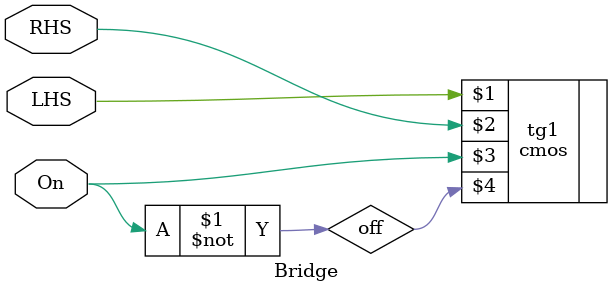
<source format=v>
module Bridge #(
	parameter N = 8
) (
	inout LHS, RHS, input On	
);

	wire off;
	not(off, On);
	cmos tg1(LHS,RHS,On,off);

endmodule

</source>
